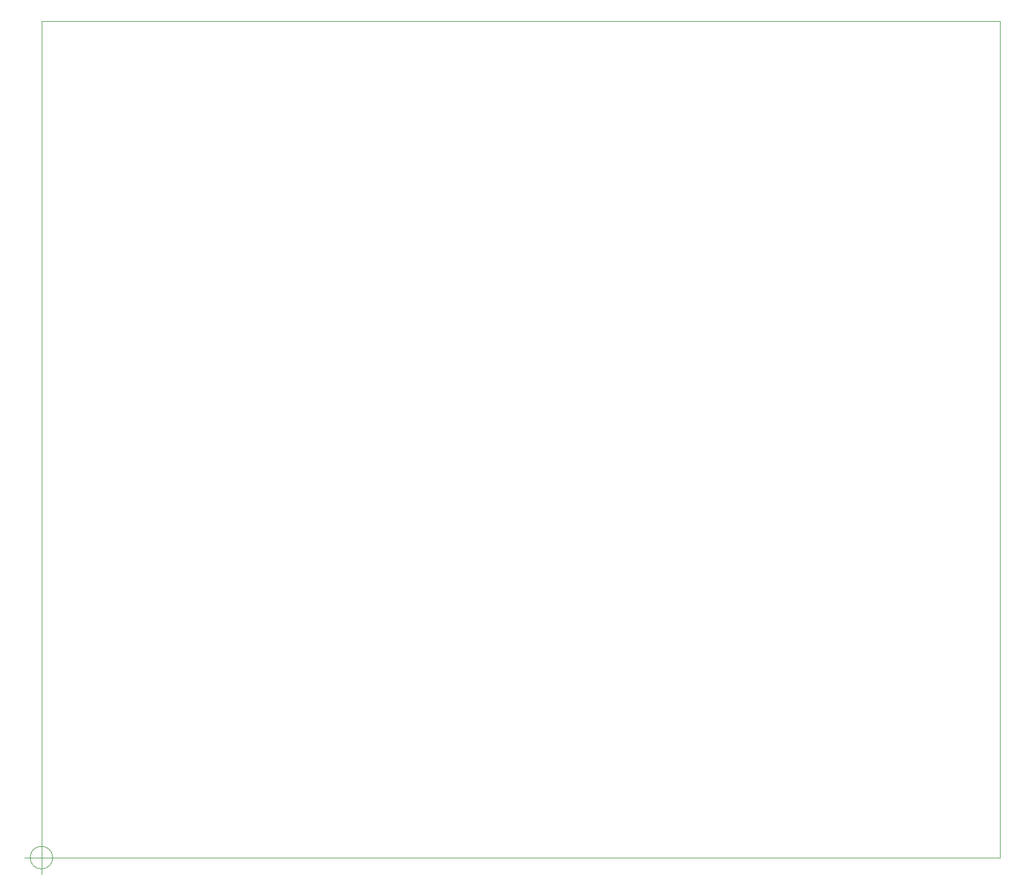
<source format=gm1>
G04 #@! TF.GenerationSoftware,KiCad,Pcbnew,(6.0.6)*
G04 #@! TF.CreationDate,2022-07-18T22:41:36+09:00*
G04 #@! TF.ProjectId,mifune_TE0890_local_board,6d696675-6e65-45f5-9445-303839305f6c,0.1*
G04 #@! TF.SameCoordinates,Original*
G04 #@! TF.FileFunction,Profile,NP*
%FSLAX46Y46*%
G04 Gerber Fmt 4.6, Leading zero omitted, Abs format (unit mm)*
G04 Created by KiCad (PCBNEW (6.0.6)) date 2022-07-18 22:41:36*
%MOMM*%
%LPD*%
G01*
G04 APERTURE LIST*
G04 #@! TA.AperFunction,Profile*
%ADD10C,0.050000*%
G04 #@! TD*
G04 APERTURE END LIST*
D10*
X172000000Y-154000000D02*
X30000000Y-154000000D01*
X30000000Y-154000000D02*
X30000000Y-30000000D01*
X172000000Y-30000000D02*
X172000000Y-154000000D01*
X30000000Y-30000000D02*
X172000000Y-30000000D01*
X31666666Y-154000000D02*
G75*
G03*
X31666666Y-154000000I-1666666J0D01*
G01*
X27500000Y-154000000D02*
X32500000Y-154000000D01*
X30000000Y-151500000D02*
X30000000Y-156500000D01*
M02*

</source>
